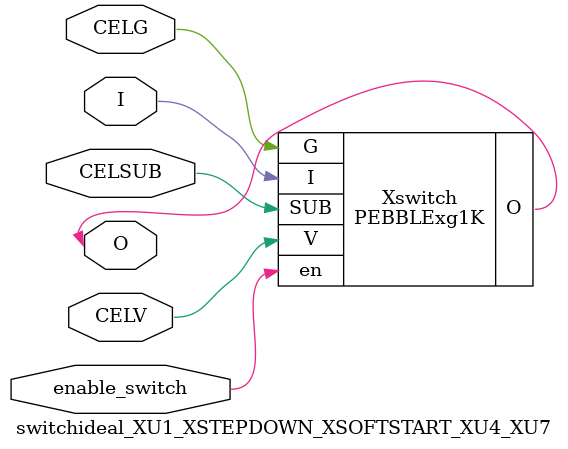
<source format=v>



module PEBBLExg1K ( O, G, I, SUB, V, en );

  input V;
  input en;
  input I;
  input G;
  input SUB;
  inout O;
endmodule

//Celera Confidential Do Not Copy switchideal_XU1_XSTEPDOWN_XSOFTSTART_XU4_XU7
//Celera Confidential Symbol Generator
//1000 Ohm transmissionSwitch
module switchideal_XU1_XSTEPDOWN_XSOFTSTART_XU4_XU7 (CELV,O,I,enable_switch,CELG,CELSUB);
input CELV;
input I;
input enable_switch;
inout O;
input CELG;
input CELSUB;

//Celera Confidential Do Not Copy PEBBLExg1K
PEBBLExg1K Xswitch(
.V (CELV),
.I (I),
.O (O),
.en (enable_switch),
.SUB (CELSUB),
.G (CELG)
);
//,diesize,PEBBLExg1K

//Celera Confidential Do Not Copy Module End
//Celera Schematic Generator
endmodule

</source>
